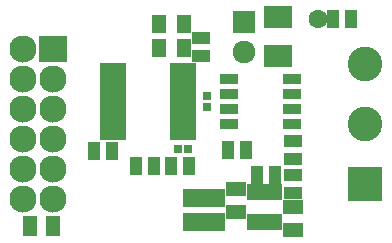
<source format=gts>
G04 #@! TF.FileFunction,Soldermask,Top*
%FSLAX46Y46*%
G04 Gerber Fmt 4.6, Leading zero omitted, Abs format (unit mm)*
G04 Created by KiCad (PCBNEW 4.0.2+dfsg1-stable) date ven. 29 sept. 2017 08:41:16 CEST*
%MOMM*%
G01*
G04 APERTURE LIST*
%ADD10C,0.100000*%
%ADD11R,2.400000X2.300000*%
%ADD12C,2.300000*%
%ADD13R,2.940000X2.940000*%
%ADD14C,2.940000*%
%ADD15R,1.543000X0.908000*%
%ADD16R,1.924000X1.924000*%
%ADD17C,1.924000*%
%ADD18R,2.432000X1.924000*%
%ADD19R,2.180540X0.704800*%
%ADD20R,2.180540X0.699720*%
%ADD21R,1.797000X1.289000*%
%ADD22R,1.035000X1.543000*%
%ADD23R,1.543000X1.035000*%
%ADD24R,1.289000X1.797000*%
%ADD25R,1.101040X1.400760*%
%ADD26R,3.600000X1.520000*%
%ADD27C,1.600000*%
%ADD28R,0.652400X0.652400*%
%ADD29R,1.300000X1.500000*%
G04 APERTURE END LIST*
D10*
D11*
X136030000Y-98650000D03*
D12*
X136030000Y-101190000D03*
X136030000Y-103730000D03*
X136030000Y-106270000D03*
X136030000Y-108810000D03*
X136030000Y-111350000D03*
X133490000Y-98650000D03*
X133490000Y-101190000D03*
X133490000Y-103730000D03*
X133490000Y-106270000D03*
X133490000Y-108810000D03*
X133490000Y-111350000D03*
D13*
X162470000Y-110080000D03*
D14*
X162470000Y-99920000D03*
X162470000Y-105000000D03*
D15*
X156237000Y-101195000D03*
X150903000Y-101195000D03*
X156237000Y-102465000D03*
X156237000Y-103735000D03*
X156237000Y-105005000D03*
X150903000Y-102465000D03*
X150903000Y-103735000D03*
X150903000Y-105005000D03*
D16*
X152170000Y-96330000D03*
D17*
X152170000Y-98870000D03*
D18*
X155090000Y-99251000D03*
X155090000Y-95949000D03*
D19*
X147038060Y-105373600D03*
X147038060Y-104723600D03*
X147038060Y-104073600D03*
X147038060Y-103423600D03*
X147038060Y-102773600D03*
X147038060Y-102123600D03*
X147038060Y-101473600D03*
X147038060Y-100823600D03*
D20*
X141099540Y-100823600D03*
X141099540Y-101473600D03*
X141099540Y-102123600D03*
X141099540Y-102773600D03*
X141099540Y-103423600D03*
X141099540Y-104073600D03*
X141099540Y-104723600D03*
X141099540Y-105373600D03*
D19*
X147040600Y-106023600D03*
X147040600Y-100173600D03*
X141099540Y-100173600D03*
D20*
X141099540Y-106023600D03*
D21*
X151511000Y-110528100D03*
X151511000Y-112433100D03*
D22*
X159766000Y-96139000D03*
X161290000Y-96139000D03*
D23*
X156387800Y-110794800D03*
X156387800Y-109270800D03*
D22*
X154863800Y-109270800D03*
X153339800Y-109270800D03*
D24*
X136029700Y-113588800D03*
X134124700Y-113588800D03*
D23*
X156387800Y-106400600D03*
X156387800Y-107924600D03*
D22*
X139496800Y-107289600D03*
X141020800Y-107289600D03*
D21*
X156387800Y-112026700D03*
X156387800Y-113931700D03*
D25*
X152971500Y-110769400D03*
X153924000Y-110769400D03*
X154876500Y-110769400D03*
X154876500Y-113309400D03*
X153924000Y-113309400D03*
X152971500Y-113309400D03*
D26*
X148793200Y-111228000D03*
X148793200Y-113308000D03*
D22*
X150825200Y-107162600D03*
X152349200Y-107162600D03*
D27*
X158445200Y-96139000D03*
D28*
X149098000Y-103548600D03*
X149098000Y-102648600D03*
X146590600Y-107086400D03*
X147490600Y-107086400D03*
D29*
X147100000Y-96561400D03*
X145000000Y-96561400D03*
X145000000Y-98561400D03*
X147100000Y-98561400D03*
D23*
X148564600Y-97688400D03*
X148564600Y-99212400D03*
D22*
X146050000Y-108508800D03*
X147574000Y-108508800D03*
X143027400Y-108508800D03*
X144551400Y-108508800D03*
M02*

</source>
